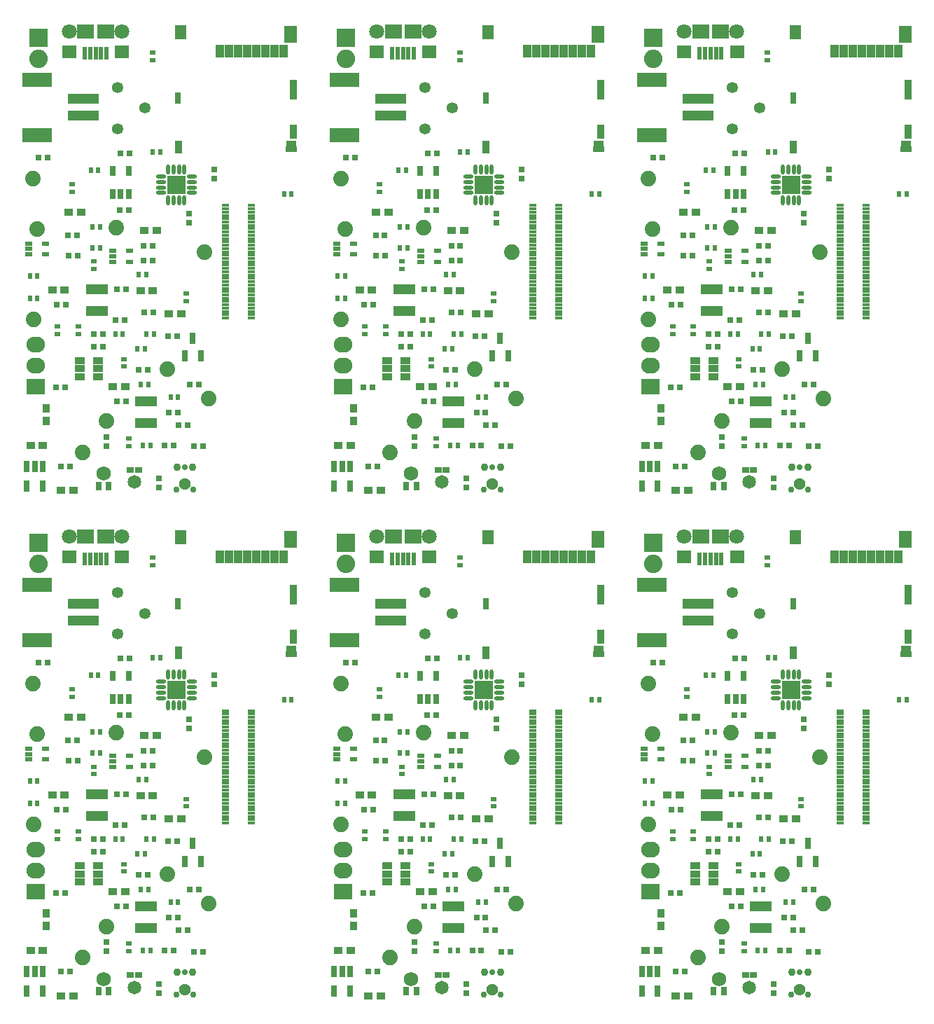
<source format=gbr>
G04 #@! TF.FileFunction,Soldermask,Top*
%FSLAX46Y46*%
G04 Gerber Fmt 4.6, Leading zero omitted, Abs format (unit mm)*
G04 Created by KiCad (PCBNEW 4.0.2+dfsg1-stable) date Mon 02 May 2016 01:19:17 PM EDT*
%MOMM*%
G01*
G04 APERTURE LIST*
%ADD10C,0.100000*%
%ADD11O,1.203200X0.503200*%
%ADD12O,0.503200X1.203200*%
%ADD13R,2.303200X2.303200*%
%ADD14R,0.863600X0.609600*%
%ADD15C,1.883200*%
%ADD16R,0.803200X1.003200*%
%ADD17C,1.753200*%
%ADD18R,0.903200X0.403200*%
%ADD19R,0.853200X0.748200*%
%ADD20C,1.653200*%
%ADD21C,0.926200*%
%ADD22C,0.765200*%
%ADD23C,0.715200*%
%ADD24C,1.427200*%
%ADD25R,1.263200X0.853200*%
%ADD26R,0.953200X1.003200*%
%ADD27R,0.683200X1.193200*%
%ADD28R,0.603200X0.803200*%
%ADD29R,0.803200X0.603200*%
%ADD30R,1.003200X0.953200*%
%ADD31R,0.803200X0.703200*%
%ADD32R,2.103200X1.803200*%
%ADD33R,1.803200X1.603200*%
%ADD34R,0.603200X1.553200*%
%ADD35C,1.803200*%
%ADD36R,0.703200X0.803200*%
%ADD37R,2.235200X2.235200*%
%ADD38O,2.235200X2.235200*%
%ADD39R,1.003200X1.603200*%
%ADD40R,1.553200X2.003200*%
%ADD41R,1.363200X1.703200*%
%ADD42R,0.853200X2.343200*%
%ADD43R,0.803200X1.353200*%
%ADD44R,0.853200X1.803200*%
%ADD45R,0.853200X1.503200*%
%ADD46R,1.303200X0.653200*%
%ADD47R,1.353200X0.653200*%
%ADD48R,3.599180X1.701800*%
%ADD49R,3.700780X1.198880*%
%ADD50C,1.353200*%
%ADD51R,0.703200X1.403200*%
%ADD52R,0.803200X1.453200*%
%ADD53R,0.803200X1.303200*%
%ADD54R,2.235200X1.930400*%
%ADD55O,2.235200X1.930400*%
G04 APERTURE END LIST*
D10*
D11*
X108308400Y-94537800D03*
X108308400Y-93887800D03*
X108308400Y-93237800D03*
X108308400Y-92587800D03*
D12*
X107433400Y-91712800D03*
D11*
X104608400Y-94537800D03*
D12*
X107433400Y-95412800D03*
X106783400Y-91712800D03*
X106133400Y-91712800D03*
X105483400Y-91712800D03*
D11*
X104608400Y-93887800D03*
X104608400Y-93237800D03*
X104608400Y-92587800D03*
D12*
X106783400Y-95412800D03*
X106133400Y-95412800D03*
X105483400Y-95412800D03*
D13*
X106458400Y-93562800D03*
D14*
X98818200Y-101542600D03*
X98818200Y-102863400D03*
X98818200Y-102203000D03*
X100850200Y-102863400D03*
X100850200Y-101542600D03*
X88658200Y-100653600D03*
X88658200Y-101974400D03*
X88658200Y-101314000D03*
X90690200Y-101974400D03*
X90690200Y-100653600D03*
D15*
X89166200Y-92805000D03*
D16*
X97091000Y-130012000D03*
X98311000Y-130012000D03*
D17*
X97701000Y-128492000D03*
D18*
X115506000Y-109663000D03*
X112426000Y-109663000D03*
X115506000Y-109263000D03*
X112426000Y-109263000D03*
X115506000Y-108863000D03*
X112426000Y-108863000D03*
X115506000Y-108463000D03*
X112426000Y-108463000D03*
X115506000Y-108063000D03*
X112426000Y-108063000D03*
X115506000Y-107663000D03*
X112426000Y-107663000D03*
X115506000Y-107263000D03*
X112426000Y-107263000D03*
X115506000Y-106863000D03*
X112426000Y-106863000D03*
X115506000Y-106463000D03*
X112426000Y-106463000D03*
X115506000Y-106063000D03*
X112426000Y-106063000D03*
X115506000Y-105663000D03*
X112426000Y-105663000D03*
X115506000Y-105263000D03*
X112426000Y-105263000D03*
X115506000Y-104863000D03*
X112426000Y-104863000D03*
X115506000Y-104463000D03*
X112426000Y-104463000D03*
X115506000Y-104063000D03*
X112426000Y-104063000D03*
X115506000Y-103663000D03*
X112426000Y-103663000D03*
X115506000Y-103263000D03*
X112426000Y-103263000D03*
X115506000Y-102863000D03*
X112426000Y-102863000D03*
X115506000Y-102463000D03*
X112426000Y-102463000D03*
X115506000Y-102063000D03*
X112426000Y-102063000D03*
X115506000Y-101663000D03*
X112426000Y-101663000D03*
X115506000Y-101263000D03*
X112426000Y-101263000D03*
X115506000Y-100863000D03*
X112426000Y-100863000D03*
X115506000Y-100463000D03*
X112426000Y-100463000D03*
X115506000Y-100063000D03*
X112426000Y-100063000D03*
X115506000Y-99663000D03*
X112426000Y-99663000D03*
X115506000Y-99263000D03*
X112426000Y-99263000D03*
X115506000Y-98863000D03*
X112426000Y-98863000D03*
X115506000Y-98463000D03*
X112426000Y-98463000D03*
X115506000Y-98063000D03*
X112426000Y-98063000D03*
X115506000Y-97663000D03*
X112426000Y-97663000D03*
X115506000Y-97263000D03*
X112426000Y-97263000D03*
X115506000Y-96863000D03*
X112426000Y-96863000D03*
X115506000Y-96463000D03*
X112426000Y-96463000D03*
X115506000Y-96063000D03*
X112426000Y-96063000D03*
D19*
X100934000Y-128030500D03*
X101884000Y-128030500D03*
D20*
X101409000Y-129508000D03*
D21*
X106539000Y-127659000D03*
D22*
X106490000Y-130396000D03*
X108520000Y-130396000D03*
D21*
X108471000Y-127659000D03*
D23*
X107505000Y-127659000D03*
D24*
X107505000Y-129762000D03*
D25*
X97022600Y-116742000D03*
X97022600Y-115792000D03*
X97022600Y-114842000D03*
X94822600Y-114842000D03*
X94822600Y-116742000D03*
X94822600Y-115792000D03*
D26*
X90741000Y-120579200D03*
X90741000Y-122079200D03*
D15*
X99173800Y-98723200D03*
X89217000Y-109797600D03*
D27*
X95882200Y-108780800D03*
X96532200Y-108780800D03*
X97182200Y-108780800D03*
X97832200Y-108780800D03*
X97832200Y-106190800D03*
X97182200Y-106190800D03*
X96532200Y-106190800D03*
X95882200Y-106190800D03*
D28*
X96336200Y-101212400D03*
X97236200Y-101212400D03*
X89667000Y-104565200D03*
X88767000Y-104565200D03*
X97236200Y-98621600D03*
X96336200Y-98621600D03*
X88767000Y-107257600D03*
X89667000Y-107257600D03*
D29*
X96532200Y-102838000D03*
X96532200Y-103738000D03*
X92112600Y-110668400D03*
X92112600Y-111568400D03*
D30*
X102589400Y-99078800D03*
X104089400Y-99078800D03*
D31*
X102535400Y-100907600D03*
X103635400Y-100907600D03*
X102535400Y-102685600D03*
X103635400Y-102685600D03*
D30*
X102132200Y-106343200D03*
X103632200Y-106343200D03*
D31*
X103686200Y-108984800D03*
X102586200Y-108984800D03*
X99284200Y-106190800D03*
X100384200Y-106190800D03*
X93069000Y-108019600D03*
X91969000Y-108019600D03*
D30*
X92964200Y-106241600D03*
X91464200Y-106241600D03*
D32*
X97910000Y-75017000D03*
X95510000Y-75017000D03*
D33*
X99910000Y-77517000D03*
X93510000Y-77517000D03*
D34*
X98010000Y-77692000D03*
X97360000Y-77692000D03*
X96710000Y-77692000D03*
X96060000Y-77692000D03*
X95410000Y-77692000D03*
D35*
X99885000Y-75017000D03*
X93535000Y-75017000D03*
D36*
X108013000Y-97081000D03*
X108013000Y-98181000D03*
X111061000Y-92847000D03*
X111061000Y-91747000D03*
D28*
X102671800Y-113353600D03*
X101771800Y-113353600D03*
D37*
X89775800Y-75812400D03*
D38*
X89775800Y-78352400D03*
D28*
X119501000Y-94710000D03*
X120401000Y-94710000D03*
D29*
X103568000Y-78465000D03*
X103568000Y-77565000D03*
D28*
X103626000Y-89630000D03*
X104526000Y-89630000D03*
D39*
X119398000Y-77438000D03*
X118298000Y-77438000D03*
X117198000Y-77438000D03*
X116098000Y-77438000D03*
X114998000Y-77438000D03*
X113898000Y-77438000D03*
X112798000Y-77438000D03*
X111698000Y-77438000D03*
D40*
X120288000Y-75388000D03*
D41*
X106968000Y-75138000D03*
D42*
X120613000Y-82018000D03*
D43*
X106688000Y-83113000D03*
D44*
X120613000Y-87098000D03*
D45*
X106713000Y-89038000D03*
D46*
X120388000Y-88603000D03*
D47*
X120363000Y-89263000D03*
D48*
X89636100Y-80839060D03*
D49*
X95186000Y-83188560D03*
X95186000Y-85185000D03*
D48*
X89636100Y-87534500D03*
D50*
X102678000Y-84296000D03*
X99378000Y-86796000D03*
X99378000Y-81796000D03*
D29*
X107632000Y-106731400D03*
X107632000Y-107631400D03*
D51*
X90294000Y-127603000D03*
X89344000Y-127603000D03*
X88394000Y-127603000D03*
X88394000Y-129953000D03*
X90294000Y-129953000D03*
D15*
X110349800Y-119398800D03*
X95160600Y-125901200D03*
X98056200Y-122142000D03*
X105371400Y-115842800D03*
X89674200Y-98926400D03*
X109892600Y-101720400D03*
D52*
X107510000Y-114268000D03*
X109410000Y-114268000D03*
X108460000Y-112118000D03*
D27*
X101785400Y-122344400D03*
X102435400Y-122344400D03*
X103085400Y-122344400D03*
X103735400Y-122344400D03*
X103735400Y-119754400D03*
X103085400Y-119754400D03*
X102435400Y-119754400D03*
X101785400Y-119754400D03*
D53*
X98782600Y-94659200D03*
X99732600Y-94659200D03*
X100682600Y-94659200D03*
X100682600Y-91859200D03*
X98782600Y-91859200D03*
D28*
X103738600Y-111575600D03*
X102838600Y-111575600D03*
X102817000Y-104412800D03*
X101917000Y-104412800D03*
X105785000Y-119246400D03*
X106685000Y-119246400D03*
X102178200Y-117671600D03*
X103078200Y-117671600D03*
X103332200Y-125088400D03*
X102432200Y-125088400D03*
D29*
X94601800Y-111568400D03*
X94601800Y-110668400D03*
X100748600Y-125132000D03*
X100748600Y-124232000D03*
D28*
X99086600Y-111575600D03*
X99986600Y-111575600D03*
D29*
X100139000Y-115530800D03*
X100139000Y-114630800D03*
D28*
X97033000Y-91789000D03*
X96133000Y-91789000D03*
D29*
X93839800Y-94398000D03*
X93839800Y-93498000D03*
D31*
X89810000Y-90265000D03*
X90910000Y-90265000D03*
D30*
X92531000Y-130524000D03*
X94031000Y-130524000D03*
D31*
X106581800Y-111880400D03*
X105481800Y-111880400D03*
D30*
X90348000Y-125063000D03*
X88848000Y-125063000D03*
D31*
X93577000Y-127603000D03*
X92477000Y-127603000D03*
D30*
X107047800Y-109137200D03*
X105547800Y-109137200D03*
D36*
X104330000Y-129085000D03*
X104330000Y-130185000D03*
D31*
X99131800Y-109899200D03*
X100231800Y-109899200D03*
X105583400Y-121075200D03*
X106683400Y-121075200D03*
X96490200Y-111575600D03*
X97590200Y-111575600D03*
D36*
X98056200Y-124030400D03*
X98056200Y-125130400D03*
D31*
X96499000Y-113150400D03*
X97599000Y-113150400D03*
X102975000Y-115893600D03*
X101875000Y-115893600D03*
X108072600Y-117722400D03*
X109172600Y-117722400D03*
X100384200Y-119754400D03*
X99284200Y-119754400D03*
D30*
X93445400Y-96894400D03*
X94945400Y-96894400D03*
X100267400Y-117925600D03*
X98767400Y-117925600D03*
D31*
X93018200Y-118078000D03*
X91918200Y-118078000D03*
X93442200Y-102126800D03*
X94542200Y-102126800D03*
X105075400Y-125088400D03*
X106175400Y-125088400D03*
X100689000Y-96615000D03*
X99589000Y-96615000D03*
X100799400Y-89731600D03*
X99699400Y-89731600D03*
X109706000Y-125190000D03*
X108606000Y-125190000D03*
X106701000Y-122599200D03*
X107801000Y-122599200D03*
D54*
X89471000Y-117976400D03*
D55*
X89471000Y-115436400D03*
X89471000Y-112896400D03*
D31*
X93391400Y-99637600D03*
X94491400Y-99637600D03*
D11*
X108308400Y-33482800D03*
X108308400Y-32832800D03*
X108308400Y-32182800D03*
X108308400Y-31532800D03*
D12*
X107433400Y-30657800D03*
D11*
X104608400Y-33482800D03*
D12*
X107433400Y-34357800D03*
X106783400Y-30657800D03*
X106133400Y-30657800D03*
X105483400Y-30657800D03*
D11*
X104608400Y-32832800D03*
X104608400Y-32182800D03*
X104608400Y-31532800D03*
D12*
X106783400Y-34357800D03*
X106133400Y-34357800D03*
X105483400Y-34357800D03*
D13*
X106458400Y-32507800D03*
D14*
X98818200Y-40487600D03*
X98818200Y-41808400D03*
X98818200Y-41148000D03*
X100850200Y-41808400D03*
X100850200Y-40487600D03*
X88658200Y-39598600D03*
X88658200Y-40919400D03*
X88658200Y-40259000D03*
X90690200Y-40919400D03*
X90690200Y-39598600D03*
D15*
X89166200Y-31750000D03*
D16*
X97091000Y-68957000D03*
X98311000Y-68957000D03*
D17*
X97701000Y-67437000D03*
D18*
X115506000Y-48608000D03*
X112426000Y-48608000D03*
X115506000Y-48208000D03*
X112426000Y-48208000D03*
X115506000Y-47808000D03*
X112426000Y-47808000D03*
X115506000Y-47408000D03*
X112426000Y-47408000D03*
X115506000Y-47008000D03*
X112426000Y-47008000D03*
X115506000Y-46608000D03*
X112426000Y-46608000D03*
X115506000Y-46208000D03*
X112426000Y-46208000D03*
X115506000Y-45808000D03*
X112426000Y-45808000D03*
X115506000Y-45408000D03*
X112426000Y-45408000D03*
X115506000Y-45008000D03*
X112426000Y-45008000D03*
X115506000Y-44608000D03*
X112426000Y-44608000D03*
X115506000Y-44208000D03*
X112426000Y-44208000D03*
X115506000Y-43808000D03*
X112426000Y-43808000D03*
X115506000Y-43408000D03*
X112426000Y-43408000D03*
X115506000Y-43008000D03*
X112426000Y-43008000D03*
X115506000Y-42608000D03*
X112426000Y-42608000D03*
X115506000Y-42208000D03*
X112426000Y-42208000D03*
X115506000Y-41808000D03*
X112426000Y-41808000D03*
X115506000Y-41408000D03*
X112426000Y-41408000D03*
X115506000Y-41008000D03*
X112426000Y-41008000D03*
X115506000Y-40608000D03*
X112426000Y-40608000D03*
X115506000Y-40208000D03*
X112426000Y-40208000D03*
X115506000Y-39808000D03*
X112426000Y-39808000D03*
X115506000Y-39408000D03*
X112426000Y-39408000D03*
X115506000Y-39008000D03*
X112426000Y-39008000D03*
X115506000Y-38608000D03*
X112426000Y-38608000D03*
X115506000Y-38208000D03*
X112426000Y-38208000D03*
X115506000Y-37808000D03*
X112426000Y-37808000D03*
X115506000Y-37408000D03*
X112426000Y-37408000D03*
X115506000Y-37008000D03*
X112426000Y-37008000D03*
X115506000Y-36608000D03*
X112426000Y-36608000D03*
X115506000Y-36208000D03*
X112426000Y-36208000D03*
X115506000Y-35808000D03*
X112426000Y-35808000D03*
X115506000Y-35408000D03*
X112426000Y-35408000D03*
X115506000Y-35008000D03*
X112426000Y-35008000D03*
D19*
X100934000Y-66975500D03*
X101884000Y-66975500D03*
D20*
X101409000Y-68453000D03*
D21*
X106539000Y-66604000D03*
D22*
X106490000Y-69341000D03*
X108520000Y-69341000D03*
D21*
X108471000Y-66604000D03*
D23*
X107505000Y-66604000D03*
D24*
X107505000Y-68707000D03*
D25*
X97022600Y-55687000D03*
X97022600Y-54737000D03*
X97022600Y-53787000D03*
X94822600Y-53787000D03*
X94822600Y-55687000D03*
X94822600Y-54737000D03*
D26*
X90741000Y-59524200D03*
X90741000Y-61024200D03*
D15*
X99173800Y-37668200D03*
X89217000Y-48742600D03*
D27*
X95882200Y-47725800D03*
X96532200Y-47725800D03*
X97182200Y-47725800D03*
X97832200Y-47725800D03*
X97832200Y-45135800D03*
X97182200Y-45135800D03*
X96532200Y-45135800D03*
X95882200Y-45135800D03*
D28*
X96336200Y-40157400D03*
X97236200Y-40157400D03*
X89667000Y-43510200D03*
X88767000Y-43510200D03*
X97236200Y-37566600D03*
X96336200Y-37566600D03*
X88767000Y-46202600D03*
X89667000Y-46202600D03*
D29*
X96532200Y-41783000D03*
X96532200Y-42683000D03*
X92112600Y-49613400D03*
X92112600Y-50513400D03*
D30*
X102589400Y-38023800D03*
X104089400Y-38023800D03*
D31*
X102535400Y-39852600D03*
X103635400Y-39852600D03*
X102535400Y-41630600D03*
X103635400Y-41630600D03*
D30*
X102132200Y-45288200D03*
X103632200Y-45288200D03*
D31*
X103686200Y-47929800D03*
X102586200Y-47929800D03*
X99284200Y-45135800D03*
X100384200Y-45135800D03*
X93069000Y-46964600D03*
X91969000Y-46964600D03*
D30*
X92964200Y-45186600D03*
X91464200Y-45186600D03*
D32*
X97910000Y-13962000D03*
X95510000Y-13962000D03*
D33*
X99910000Y-16462000D03*
X93510000Y-16462000D03*
D34*
X98010000Y-16637000D03*
X97360000Y-16637000D03*
X96710000Y-16637000D03*
X96060000Y-16637000D03*
X95410000Y-16637000D03*
D35*
X99885000Y-13962000D03*
X93535000Y-13962000D03*
D36*
X108013000Y-36026000D03*
X108013000Y-37126000D03*
X111061000Y-31792000D03*
X111061000Y-30692000D03*
D28*
X102671800Y-52298600D03*
X101771800Y-52298600D03*
D37*
X89775800Y-14757400D03*
D38*
X89775800Y-17297400D03*
D28*
X119501000Y-33655000D03*
X120401000Y-33655000D03*
D29*
X103568000Y-17410000D03*
X103568000Y-16510000D03*
D28*
X103626000Y-28575000D03*
X104526000Y-28575000D03*
D39*
X119398000Y-16383000D03*
X118298000Y-16383000D03*
X117198000Y-16383000D03*
X116098000Y-16383000D03*
X114998000Y-16383000D03*
X113898000Y-16383000D03*
X112798000Y-16383000D03*
X111698000Y-16383000D03*
D40*
X120288000Y-14333000D03*
D41*
X106968000Y-14083000D03*
D42*
X120613000Y-20963000D03*
D43*
X106688000Y-22058000D03*
D44*
X120613000Y-26043000D03*
D45*
X106713000Y-27983000D03*
D46*
X120388000Y-27548000D03*
D47*
X120363000Y-28208000D03*
D48*
X89636100Y-19784060D03*
D49*
X95186000Y-22133560D03*
X95186000Y-24130000D03*
D48*
X89636100Y-26479500D03*
D50*
X102678000Y-23241000D03*
X99378000Y-25741000D03*
X99378000Y-20741000D03*
D29*
X107632000Y-45676400D03*
X107632000Y-46576400D03*
D51*
X90294000Y-66548000D03*
X89344000Y-66548000D03*
X88394000Y-66548000D03*
X88394000Y-68898000D03*
X90294000Y-68898000D03*
D15*
X110349800Y-58343800D03*
X95160600Y-64846200D03*
X98056200Y-61087000D03*
X105371400Y-54787800D03*
X89674200Y-37871400D03*
X109892600Y-40665400D03*
D52*
X107510000Y-53213000D03*
X109410000Y-53213000D03*
X108460000Y-51063000D03*
D27*
X101785400Y-61289400D03*
X102435400Y-61289400D03*
X103085400Y-61289400D03*
X103735400Y-61289400D03*
X103735400Y-58699400D03*
X103085400Y-58699400D03*
X102435400Y-58699400D03*
X101785400Y-58699400D03*
D53*
X98782600Y-33604200D03*
X99732600Y-33604200D03*
X100682600Y-33604200D03*
X100682600Y-30804200D03*
X98782600Y-30804200D03*
D28*
X103738600Y-50520600D03*
X102838600Y-50520600D03*
X102817000Y-43357800D03*
X101917000Y-43357800D03*
X105785000Y-58191400D03*
X106685000Y-58191400D03*
X102178200Y-56616600D03*
X103078200Y-56616600D03*
X103332200Y-64033400D03*
X102432200Y-64033400D03*
D29*
X94601800Y-50513400D03*
X94601800Y-49613400D03*
X100748600Y-64077000D03*
X100748600Y-63177000D03*
D28*
X99086600Y-50520600D03*
X99986600Y-50520600D03*
D29*
X100139000Y-54475800D03*
X100139000Y-53575800D03*
D28*
X97033000Y-30734000D03*
X96133000Y-30734000D03*
D29*
X93839800Y-33343000D03*
X93839800Y-32443000D03*
D31*
X89810000Y-29210000D03*
X90910000Y-29210000D03*
D30*
X92531000Y-69469000D03*
X94031000Y-69469000D03*
D31*
X106581800Y-50825400D03*
X105481800Y-50825400D03*
D30*
X90348000Y-64008000D03*
X88848000Y-64008000D03*
D31*
X93577000Y-66548000D03*
X92477000Y-66548000D03*
D30*
X107047800Y-48082200D03*
X105547800Y-48082200D03*
D36*
X104330000Y-68030000D03*
X104330000Y-69130000D03*
D31*
X99131800Y-48844200D03*
X100231800Y-48844200D03*
X105583400Y-60020200D03*
X106683400Y-60020200D03*
X96490200Y-50520600D03*
X97590200Y-50520600D03*
D36*
X98056200Y-62975400D03*
X98056200Y-64075400D03*
D31*
X96499000Y-52095400D03*
X97599000Y-52095400D03*
X102975000Y-54838600D03*
X101875000Y-54838600D03*
X108072600Y-56667400D03*
X109172600Y-56667400D03*
X100384200Y-58699400D03*
X99284200Y-58699400D03*
D30*
X93445400Y-35839400D03*
X94945400Y-35839400D03*
X100267400Y-56870600D03*
X98767400Y-56870600D03*
D31*
X93018200Y-57023000D03*
X91918200Y-57023000D03*
X93442200Y-41071800D03*
X94542200Y-41071800D03*
X105075400Y-64033400D03*
X106175400Y-64033400D03*
X100689000Y-35560000D03*
X99589000Y-35560000D03*
X100799400Y-28676600D03*
X99699400Y-28676600D03*
X109706000Y-64135000D03*
X108606000Y-64135000D03*
X106701000Y-61544200D03*
X107801000Y-61544200D03*
D54*
X89471000Y-56921400D03*
D55*
X89471000Y-54381400D03*
X89471000Y-51841400D03*
D31*
X93391400Y-38582600D03*
X94491400Y-38582600D03*
D11*
X71129400Y-94537800D03*
X71129400Y-93887800D03*
X71129400Y-93237800D03*
X71129400Y-92587800D03*
D12*
X70254400Y-91712800D03*
D11*
X67429400Y-94537800D03*
D12*
X70254400Y-95412800D03*
X69604400Y-91712800D03*
X68954400Y-91712800D03*
X68304400Y-91712800D03*
D11*
X67429400Y-93887800D03*
X67429400Y-93237800D03*
X67429400Y-92587800D03*
D12*
X69604400Y-95412800D03*
X68954400Y-95412800D03*
X68304400Y-95412800D03*
D13*
X69279400Y-93562800D03*
D14*
X61639200Y-101542600D03*
X61639200Y-102863400D03*
X61639200Y-102203000D03*
X63671200Y-102863400D03*
X63671200Y-101542600D03*
X51479200Y-100653600D03*
X51479200Y-101974400D03*
X51479200Y-101314000D03*
X53511200Y-101974400D03*
X53511200Y-100653600D03*
D15*
X51987200Y-92805000D03*
D16*
X59912000Y-130012000D03*
X61132000Y-130012000D03*
D17*
X60522000Y-128492000D03*
D18*
X78327000Y-109663000D03*
X75247000Y-109663000D03*
X78327000Y-109263000D03*
X75247000Y-109263000D03*
X78327000Y-108863000D03*
X75247000Y-108863000D03*
X78327000Y-108463000D03*
X75247000Y-108463000D03*
X78327000Y-108063000D03*
X75247000Y-108063000D03*
X78327000Y-107663000D03*
X75247000Y-107663000D03*
X78327000Y-107263000D03*
X75247000Y-107263000D03*
X78327000Y-106863000D03*
X75247000Y-106863000D03*
X78327000Y-106463000D03*
X75247000Y-106463000D03*
X78327000Y-106063000D03*
X75247000Y-106063000D03*
X78327000Y-105663000D03*
X75247000Y-105663000D03*
X78327000Y-105263000D03*
X75247000Y-105263000D03*
X78327000Y-104863000D03*
X75247000Y-104863000D03*
X78327000Y-104463000D03*
X75247000Y-104463000D03*
X78327000Y-104063000D03*
X75247000Y-104063000D03*
X78327000Y-103663000D03*
X75247000Y-103663000D03*
X78327000Y-103263000D03*
X75247000Y-103263000D03*
X78327000Y-102863000D03*
X75247000Y-102863000D03*
X78327000Y-102463000D03*
X75247000Y-102463000D03*
X78327000Y-102063000D03*
X75247000Y-102063000D03*
X78327000Y-101663000D03*
X75247000Y-101663000D03*
X78327000Y-101263000D03*
X75247000Y-101263000D03*
X78327000Y-100863000D03*
X75247000Y-100863000D03*
X78327000Y-100463000D03*
X75247000Y-100463000D03*
X78327000Y-100063000D03*
X75247000Y-100063000D03*
X78327000Y-99663000D03*
X75247000Y-99663000D03*
X78327000Y-99263000D03*
X75247000Y-99263000D03*
X78327000Y-98863000D03*
X75247000Y-98863000D03*
X78327000Y-98463000D03*
X75247000Y-98463000D03*
X78327000Y-98063000D03*
X75247000Y-98063000D03*
X78327000Y-97663000D03*
X75247000Y-97663000D03*
X78327000Y-97263000D03*
X75247000Y-97263000D03*
X78327000Y-96863000D03*
X75247000Y-96863000D03*
X78327000Y-96463000D03*
X75247000Y-96463000D03*
X78327000Y-96063000D03*
X75247000Y-96063000D03*
D19*
X63755000Y-128030500D03*
X64705000Y-128030500D03*
D20*
X64230000Y-129508000D03*
D21*
X69360000Y-127659000D03*
D22*
X69311000Y-130396000D03*
X71341000Y-130396000D03*
D21*
X71292000Y-127659000D03*
D23*
X70326000Y-127659000D03*
D24*
X70326000Y-129762000D03*
D25*
X59843600Y-116742000D03*
X59843600Y-115792000D03*
X59843600Y-114842000D03*
X57643600Y-114842000D03*
X57643600Y-116742000D03*
X57643600Y-115792000D03*
D26*
X53562000Y-120579200D03*
X53562000Y-122079200D03*
D15*
X61994800Y-98723200D03*
X52038000Y-109797600D03*
D27*
X58703200Y-108780800D03*
X59353200Y-108780800D03*
X60003200Y-108780800D03*
X60653200Y-108780800D03*
X60653200Y-106190800D03*
X60003200Y-106190800D03*
X59353200Y-106190800D03*
X58703200Y-106190800D03*
D28*
X59157200Y-101212400D03*
X60057200Y-101212400D03*
X52488000Y-104565200D03*
X51588000Y-104565200D03*
X60057200Y-98621600D03*
X59157200Y-98621600D03*
X51588000Y-107257600D03*
X52488000Y-107257600D03*
D29*
X59353200Y-102838000D03*
X59353200Y-103738000D03*
X54933600Y-110668400D03*
X54933600Y-111568400D03*
D30*
X65410400Y-99078800D03*
X66910400Y-99078800D03*
D31*
X65356400Y-100907600D03*
X66456400Y-100907600D03*
X65356400Y-102685600D03*
X66456400Y-102685600D03*
D30*
X64953200Y-106343200D03*
X66453200Y-106343200D03*
D31*
X66507200Y-108984800D03*
X65407200Y-108984800D03*
X62105200Y-106190800D03*
X63205200Y-106190800D03*
X55890000Y-108019600D03*
X54790000Y-108019600D03*
D30*
X55785200Y-106241600D03*
X54285200Y-106241600D03*
D32*
X60731000Y-75017000D03*
X58331000Y-75017000D03*
D33*
X62731000Y-77517000D03*
X56331000Y-77517000D03*
D34*
X60831000Y-77692000D03*
X60181000Y-77692000D03*
X59531000Y-77692000D03*
X58881000Y-77692000D03*
X58231000Y-77692000D03*
D35*
X62706000Y-75017000D03*
X56356000Y-75017000D03*
D36*
X70834000Y-97081000D03*
X70834000Y-98181000D03*
X73882000Y-92847000D03*
X73882000Y-91747000D03*
D28*
X65492800Y-113353600D03*
X64592800Y-113353600D03*
D37*
X52596800Y-75812400D03*
D38*
X52596800Y-78352400D03*
D28*
X82322000Y-94710000D03*
X83222000Y-94710000D03*
D29*
X66389000Y-78465000D03*
X66389000Y-77565000D03*
D28*
X66447000Y-89630000D03*
X67347000Y-89630000D03*
D39*
X82219000Y-77438000D03*
X81119000Y-77438000D03*
X80019000Y-77438000D03*
X78919000Y-77438000D03*
X77819000Y-77438000D03*
X76719000Y-77438000D03*
X75619000Y-77438000D03*
X74519000Y-77438000D03*
D40*
X83109000Y-75388000D03*
D41*
X69789000Y-75138000D03*
D42*
X83434000Y-82018000D03*
D43*
X69509000Y-83113000D03*
D44*
X83434000Y-87098000D03*
D45*
X69534000Y-89038000D03*
D46*
X83209000Y-88603000D03*
D47*
X83184000Y-89263000D03*
D48*
X52457100Y-80839060D03*
D49*
X58007000Y-83188560D03*
X58007000Y-85185000D03*
D48*
X52457100Y-87534500D03*
D50*
X65499000Y-84296000D03*
X62199000Y-86796000D03*
X62199000Y-81796000D03*
D29*
X70453000Y-106731400D03*
X70453000Y-107631400D03*
D51*
X53115000Y-127603000D03*
X52165000Y-127603000D03*
X51215000Y-127603000D03*
X51215000Y-129953000D03*
X53115000Y-129953000D03*
D15*
X73170800Y-119398800D03*
X57981600Y-125901200D03*
X60877200Y-122142000D03*
X68192400Y-115842800D03*
X52495200Y-98926400D03*
X72713600Y-101720400D03*
D52*
X70331000Y-114268000D03*
X72231000Y-114268000D03*
X71281000Y-112118000D03*
D27*
X64606400Y-122344400D03*
X65256400Y-122344400D03*
X65906400Y-122344400D03*
X66556400Y-122344400D03*
X66556400Y-119754400D03*
X65906400Y-119754400D03*
X65256400Y-119754400D03*
X64606400Y-119754400D03*
D53*
X61603600Y-94659200D03*
X62553600Y-94659200D03*
X63503600Y-94659200D03*
X63503600Y-91859200D03*
X61603600Y-91859200D03*
D28*
X66559600Y-111575600D03*
X65659600Y-111575600D03*
X65638000Y-104412800D03*
X64738000Y-104412800D03*
X68606000Y-119246400D03*
X69506000Y-119246400D03*
X64999200Y-117671600D03*
X65899200Y-117671600D03*
X66153200Y-125088400D03*
X65253200Y-125088400D03*
D29*
X57422800Y-111568400D03*
X57422800Y-110668400D03*
X63569600Y-125132000D03*
X63569600Y-124232000D03*
D28*
X61907600Y-111575600D03*
X62807600Y-111575600D03*
D29*
X62960000Y-115530800D03*
X62960000Y-114630800D03*
D28*
X59854000Y-91789000D03*
X58954000Y-91789000D03*
D29*
X56660800Y-94398000D03*
X56660800Y-93498000D03*
D31*
X52631000Y-90265000D03*
X53731000Y-90265000D03*
D30*
X55352000Y-130524000D03*
X56852000Y-130524000D03*
D31*
X69402800Y-111880400D03*
X68302800Y-111880400D03*
D30*
X53169000Y-125063000D03*
X51669000Y-125063000D03*
D31*
X56398000Y-127603000D03*
X55298000Y-127603000D03*
D30*
X69868800Y-109137200D03*
X68368800Y-109137200D03*
D36*
X67151000Y-129085000D03*
X67151000Y-130185000D03*
D31*
X61952800Y-109899200D03*
X63052800Y-109899200D03*
X68404400Y-121075200D03*
X69504400Y-121075200D03*
X59311200Y-111575600D03*
X60411200Y-111575600D03*
D36*
X60877200Y-124030400D03*
X60877200Y-125130400D03*
D31*
X59320000Y-113150400D03*
X60420000Y-113150400D03*
X65796000Y-115893600D03*
X64696000Y-115893600D03*
X70893600Y-117722400D03*
X71993600Y-117722400D03*
X63205200Y-119754400D03*
X62105200Y-119754400D03*
D30*
X56266400Y-96894400D03*
X57766400Y-96894400D03*
X63088400Y-117925600D03*
X61588400Y-117925600D03*
D31*
X55839200Y-118078000D03*
X54739200Y-118078000D03*
X56263200Y-102126800D03*
X57363200Y-102126800D03*
X67896400Y-125088400D03*
X68996400Y-125088400D03*
X63510000Y-96615000D03*
X62410000Y-96615000D03*
X63620400Y-89731600D03*
X62520400Y-89731600D03*
X72527000Y-125190000D03*
X71427000Y-125190000D03*
X69522000Y-122599200D03*
X70622000Y-122599200D03*
D54*
X52292000Y-117976400D03*
D55*
X52292000Y-115436400D03*
X52292000Y-112896400D03*
D31*
X56212400Y-99637600D03*
X57312400Y-99637600D03*
D11*
X71129400Y-33482800D03*
X71129400Y-32832800D03*
X71129400Y-32182800D03*
X71129400Y-31532800D03*
D12*
X70254400Y-30657800D03*
D11*
X67429400Y-33482800D03*
D12*
X70254400Y-34357800D03*
X69604400Y-30657800D03*
X68954400Y-30657800D03*
X68304400Y-30657800D03*
D11*
X67429400Y-32832800D03*
X67429400Y-32182800D03*
X67429400Y-31532800D03*
D12*
X69604400Y-34357800D03*
X68954400Y-34357800D03*
X68304400Y-34357800D03*
D13*
X69279400Y-32507800D03*
D14*
X61639200Y-40487600D03*
X61639200Y-41808400D03*
X61639200Y-41148000D03*
X63671200Y-41808400D03*
X63671200Y-40487600D03*
X51479200Y-39598600D03*
X51479200Y-40919400D03*
X51479200Y-40259000D03*
X53511200Y-40919400D03*
X53511200Y-39598600D03*
D15*
X51987200Y-31750000D03*
D16*
X59912000Y-68957000D03*
X61132000Y-68957000D03*
D17*
X60522000Y-67437000D03*
D18*
X78327000Y-48608000D03*
X75247000Y-48608000D03*
X78327000Y-48208000D03*
X75247000Y-48208000D03*
X78327000Y-47808000D03*
X75247000Y-47808000D03*
X78327000Y-47408000D03*
X75247000Y-47408000D03*
X78327000Y-47008000D03*
X75247000Y-47008000D03*
X78327000Y-46608000D03*
X75247000Y-46608000D03*
X78327000Y-46208000D03*
X75247000Y-46208000D03*
X78327000Y-45808000D03*
X75247000Y-45808000D03*
X78327000Y-45408000D03*
X75247000Y-45408000D03*
X78327000Y-45008000D03*
X75247000Y-45008000D03*
X78327000Y-44608000D03*
X75247000Y-44608000D03*
X78327000Y-44208000D03*
X75247000Y-44208000D03*
X78327000Y-43808000D03*
X75247000Y-43808000D03*
X78327000Y-43408000D03*
X75247000Y-43408000D03*
X78327000Y-43008000D03*
X75247000Y-43008000D03*
X78327000Y-42608000D03*
X75247000Y-42608000D03*
X78327000Y-42208000D03*
X75247000Y-42208000D03*
X78327000Y-41808000D03*
X75247000Y-41808000D03*
X78327000Y-41408000D03*
X75247000Y-41408000D03*
X78327000Y-41008000D03*
X75247000Y-41008000D03*
X78327000Y-40608000D03*
X75247000Y-40608000D03*
X78327000Y-40208000D03*
X75247000Y-40208000D03*
X78327000Y-39808000D03*
X75247000Y-39808000D03*
X78327000Y-39408000D03*
X75247000Y-39408000D03*
X78327000Y-39008000D03*
X75247000Y-39008000D03*
X78327000Y-38608000D03*
X75247000Y-38608000D03*
X78327000Y-38208000D03*
X75247000Y-38208000D03*
X78327000Y-37808000D03*
X75247000Y-37808000D03*
X78327000Y-37408000D03*
X75247000Y-37408000D03*
X78327000Y-37008000D03*
X75247000Y-37008000D03*
X78327000Y-36608000D03*
X75247000Y-36608000D03*
X78327000Y-36208000D03*
X75247000Y-36208000D03*
X78327000Y-35808000D03*
X75247000Y-35808000D03*
X78327000Y-35408000D03*
X75247000Y-35408000D03*
X78327000Y-35008000D03*
X75247000Y-35008000D03*
D19*
X63755000Y-66975500D03*
X64705000Y-66975500D03*
D20*
X64230000Y-68453000D03*
D21*
X69360000Y-66604000D03*
D22*
X69311000Y-69341000D03*
X71341000Y-69341000D03*
D21*
X71292000Y-66604000D03*
D23*
X70326000Y-66604000D03*
D24*
X70326000Y-68707000D03*
D25*
X59843600Y-55687000D03*
X59843600Y-54737000D03*
X59843600Y-53787000D03*
X57643600Y-53787000D03*
X57643600Y-55687000D03*
X57643600Y-54737000D03*
D26*
X53562000Y-59524200D03*
X53562000Y-61024200D03*
D15*
X61994800Y-37668200D03*
X52038000Y-48742600D03*
D27*
X58703200Y-47725800D03*
X59353200Y-47725800D03*
X60003200Y-47725800D03*
X60653200Y-47725800D03*
X60653200Y-45135800D03*
X60003200Y-45135800D03*
X59353200Y-45135800D03*
X58703200Y-45135800D03*
D28*
X59157200Y-40157400D03*
X60057200Y-40157400D03*
X52488000Y-43510200D03*
X51588000Y-43510200D03*
X60057200Y-37566600D03*
X59157200Y-37566600D03*
X51588000Y-46202600D03*
X52488000Y-46202600D03*
D29*
X59353200Y-41783000D03*
X59353200Y-42683000D03*
X54933600Y-49613400D03*
X54933600Y-50513400D03*
D30*
X65410400Y-38023800D03*
X66910400Y-38023800D03*
D31*
X65356400Y-39852600D03*
X66456400Y-39852600D03*
X65356400Y-41630600D03*
X66456400Y-41630600D03*
D30*
X64953200Y-45288200D03*
X66453200Y-45288200D03*
D31*
X66507200Y-47929800D03*
X65407200Y-47929800D03*
X62105200Y-45135800D03*
X63205200Y-45135800D03*
X55890000Y-46964600D03*
X54790000Y-46964600D03*
D30*
X55785200Y-45186600D03*
X54285200Y-45186600D03*
D32*
X60731000Y-13962000D03*
X58331000Y-13962000D03*
D33*
X62731000Y-16462000D03*
X56331000Y-16462000D03*
D34*
X60831000Y-16637000D03*
X60181000Y-16637000D03*
X59531000Y-16637000D03*
X58881000Y-16637000D03*
X58231000Y-16637000D03*
D35*
X62706000Y-13962000D03*
X56356000Y-13962000D03*
D36*
X70834000Y-36026000D03*
X70834000Y-37126000D03*
X73882000Y-31792000D03*
X73882000Y-30692000D03*
D28*
X65492800Y-52298600D03*
X64592800Y-52298600D03*
D37*
X52596800Y-14757400D03*
D38*
X52596800Y-17297400D03*
D28*
X82322000Y-33655000D03*
X83222000Y-33655000D03*
D29*
X66389000Y-17410000D03*
X66389000Y-16510000D03*
D28*
X66447000Y-28575000D03*
X67347000Y-28575000D03*
D39*
X82219000Y-16383000D03*
X81119000Y-16383000D03*
X80019000Y-16383000D03*
X78919000Y-16383000D03*
X77819000Y-16383000D03*
X76719000Y-16383000D03*
X75619000Y-16383000D03*
X74519000Y-16383000D03*
D40*
X83109000Y-14333000D03*
D41*
X69789000Y-14083000D03*
D42*
X83434000Y-20963000D03*
D43*
X69509000Y-22058000D03*
D44*
X83434000Y-26043000D03*
D45*
X69534000Y-27983000D03*
D46*
X83209000Y-27548000D03*
D47*
X83184000Y-28208000D03*
D48*
X52457100Y-19784060D03*
D49*
X58007000Y-22133560D03*
X58007000Y-24130000D03*
D48*
X52457100Y-26479500D03*
D50*
X65499000Y-23241000D03*
X62199000Y-25741000D03*
X62199000Y-20741000D03*
D29*
X70453000Y-45676400D03*
X70453000Y-46576400D03*
D51*
X53115000Y-66548000D03*
X52165000Y-66548000D03*
X51215000Y-66548000D03*
X51215000Y-68898000D03*
X53115000Y-68898000D03*
D15*
X73170800Y-58343800D03*
X57981600Y-64846200D03*
X60877200Y-61087000D03*
X68192400Y-54787800D03*
X52495200Y-37871400D03*
X72713600Y-40665400D03*
D52*
X70331000Y-53213000D03*
X72231000Y-53213000D03*
X71281000Y-51063000D03*
D27*
X64606400Y-61289400D03*
X65256400Y-61289400D03*
X65906400Y-61289400D03*
X66556400Y-61289400D03*
X66556400Y-58699400D03*
X65906400Y-58699400D03*
X65256400Y-58699400D03*
X64606400Y-58699400D03*
D53*
X61603600Y-33604200D03*
X62553600Y-33604200D03*
X63503600Y-33604200D03*
X63503600Y-30804200D03*
X61603600Y-30804200D03*
D28*
X66559600Y-50520600D03*
X65659600Y-50520600D03*
X65638000Y-43357800D03*
X64738000Y-43357800D03*
X68606000Y-58191400D03*
X69506000Y-58191400D03*
X64999200Y-56616600D03*
X65899200Y-56616600D03*
X66153200Y-64033400D03*
X65253200Y-64033400D03*
D29*
X57422800Y-50513400D03*
X57422800Y-49613400D03*
X63569600Y-64077000D03*
X63569600Y-63177000D03*
D28*
X61907600Y-50520600D03*
X62807600Y-50520600D03*
D29*
X62960000Y-54475800D03*
X62960000Y-53575800D03*
D28*
X59854000Y-30734000D03*
X58954000Y-30734000D03*
D29*
X56660800Y-33343000D03*
X56660800Y-32443000D03*
D31*
X52631000Y-29210000D03*
X53731000Y-29210000D03*
D30*
X55352000Y-69469000D03*
X56852000Y-69469000D03*
D31*
X69402800Y-50825400D03*
X68302800Y-50825400D03*
D30*
X53169000Y-64008000D03*
X51669000Y-64008000D03*
D31*
X56398000Y-66548000D03*
X55298000Y-66548000D03*
D30*
X69868800Y-48082200D03*
X68368800Y-48082200D03*
D36*
X67151000Y-68030000D03*
X67151000Y-69130000D03*
D31*
X61952800Y-48844200D03*
X63052800Y-48844200D03*
X68404400Y-60020200D03*
X69504400Y-60020200D03*
X59311200Y-50520600D03*
X60411200Y-50520600D03*
D36*
X60877200Y-62975400D03*
X60877200Y-64075400D03*
D31*
X59320000Y-52095400D03*
X60420000Y-52095400D03*
X65796000Y-54838600D03*
X64696000Y-54838600D03*
X70893600Y-56667400D03*
X71993600Y-56667400D03*
X63205200Y-58699400D03*
X62105200Y-58699400D03*
D30*
X56266400Y-35839400D03*
X57766400Y-35839400D03*
X63088400Y-56870600D03*
X61588400Y-56870600D03*
D31*
X55839200Y-57023000D03*
X54739200Y-57023000D03*
X56263200Y-41071800D03*
X57363200Y-41071800D03*
X67896400Y-64033400D03*
X68996400Y-64033400D03*
X63510000Y-35560000D03*
X62410000Y-35560000D03*
X63620400Y-28676600D03*
X62520400Y-28676600D03*
X72527000Y-64135000D03*
X71427000Y-64135000D03*
X69522000Y-61544200D03*
X70622000Y-61544200D03*
D54*
X52292000Y-56921400D03*
D55*
X52292000Y-54381400D03*
X52292000Y-51841400D03*
D31*
X56212400Y-38582600D03*
X57312400Y-38582600D03*
D11*
X33950400Y-94537800D03*
X33950400Y-93887800D03*
X33950400Y-93237800D03*
X33950400Y-92587800D03*
D12*
X33075400Y-91712800D03*
D11*
X30250400Y-94537800D03*
D12*
X33075400Y-95412800D03*
X32425400Y-91712800D03*
X31775400Y-91712800D03*
X31125400Y-91712800D03*
D11*
X30250400Y-93887800D03*
X30250400Y-93237800D03*
X30250400Y-92587800D03*
D12*
X32425400Y-95412800D03*
X31775400Y-95412800D03*
X31125400Y-95412800D03*
D13*
X32100400Y-93562800D03*
D14*
X24460200Y-101542600D03*
X24460200Y-102863400D03*
X24460200Y-102203000D03*
X26492200Y-102863400D03*
X26492200Y-101542600D03*
X14300200Y-100653600D03*
X14300200Y-101974400D03*
X14300200Y-101314000D03*
X16332200Y-101974400D03*
X16332200Y-100653600D03*
D15*
X14808200Y-92805000D03*
D16*
X22733000Y-130012000D03*
X23953000Y-130012000D03*
D17*
X23343000Y-128492000D03*
D18*
X41148000Y-109663000D03*
X38068000Y-109663000D03*
X41148000Y-109263000D03*
X38068000Y-109263000D03*
X41148000Y-108863000D03*
X38068000Y-108863000D03*
X41148000Y-108463000D03*
X38068000Y-108463000D03*
X41148000Y-108063000D03*
X38068000Y-108063000D03*
X41148000Y-107663000D03*
X38068000Y-107663000D03*
X41148000Y-107263000D03*
X38068000Y-107263000D03*
X41148000Y-106863000D03*
X38068000Y-106863000D03*
X41148000Y-106463000D03*
X38068000Y-106463000D03*
X41148000Y-106063000D03*
X38068000Y-106063000D03*
X41148000Y-105663000D03*
X38068000Y-105663000D03*
X41148000Y-105263000D03*
X38068000Y-105263000D03*
X41148000Y-104863000D03*
X38068000Y-104863000D03*
X41148000Y-104463000D03*
X38068000Y-104463000D03*
X41148000Y-104063000D03*
X38068000Y-104063000D03*
X41148000Y-103663000D03*
X38068000Y-103663000D03*
X41148000Y-103263000D03*
X38068000Y-103263000D03*
X41148000Y-102863000D03*
X38068000Y-102863000D03*
X41148000Y-102463000D03*
X38068000Y-102463000D03*
X41148000Y-102063000D03*
X38068000Y-102063000D03*
X41148000Y-101663000D03*
X38068000Y-101663000D03*
X41148000Y-101263000D03*
X38068000Y-101263000D03*
X41148000Y-100863000D03*
X38068000Y-100863000D03*
X41148000Y-100463000D03*
X38068000Y-100463000D03*
X41148000Y-100063000D03*
X38068000Y-100063000D03*
X41148000Y-99663000D03*
X38068000Y-99663000D03*
X41148000Y-99263000D03*
X38068000Y-99263000D03*
X41148000Y-98863000D03*
X38068000Y-98863000D03*
X41148000Y-98463000D03*
X38068000Y-98463000D03*
X41148000Y-98063000D03*
X38068000Y-98063000D03*
X41148000Y-97663000D03*
X38068000Y-97663000D03*
X41148000Y-97263000D03*
X38068000Y-97263000D03*
X41148000Y-96863000D03*
X38068000Y-96863000D03*
X41148000Y-96463000D03*
X38068000Y-96463000D03*
X41148000Y-96063000D03*
X38068000Y-96063000D03*
D19*
X26576000Y-128030500D03*
X27526000Y-128030500D03*
D20*
X27051000Y-129508000D03*
D21*
X32181000Y-127659000D03*
D22*
X32132000Y-130396000D03*
X34162000Y-130396000D03*
D21*
X34113000Y-127659000D03*
D23*
X33147000Y-127659000D03*
D24*
X33147000Y-129762000D03*
D25*
X22664600Y-116742000D03*
X22664600Y-115792000D03*
X22664600Y-114842000D03*
X20464600Y-114842000D03*
X20464600Y-116742000D03*
X20464600Y-115792000D03*
D26*
X16383000Y-120579200D03*
X16383000Y-122079200D03*
D15*
X24815800Y-98723200D03*
X14859000Y-109797600D03*
D27*
X21524200Y-108780800D03*
X22174200Y-108780800D03*
X22824200Y-108780800D03*
X23474200Y-108780800D03*
X23474200Y-106190800D03*
X22824200Y-106190800D03*
X22174200Y-106190800D03*
X21524200Y-106190800D03*
D28*
X21978200Y-101212400D03*
X22878200Y-101212400D03*
X15309000Y-104565200D03*
X14409000Y-104565200D03*
X22878200Y-98621600D03*
X21978200Y-98621600D03*
X14409000Y-107257600D03*
X15309000Y-107257600D03*
D29*
X22174200Y-102838000D03*
X22174200Y-103738000D03*
X17754600Y-110668400D03*
X17754600Y-111568400D03*
D30*
X28231400Y-99078800D03*
X29731400Y-99078800D03*
D31*
X28177400Y-100907600D03*
X29277400Y-100907600D03*
X28177400Y-102685600D03*
X29277400Y-102685600D03*
D30*
X27774200Y-106343200D03*
X29274200Y-106343200D03*
D31*
X29328200Y-108984800D03*
X28228200Y-108984800D03*
X24926200Y-106190800D03*
X26026200Y-106190800D03*
X18711000Y-108019600D03*
X17611000Y-108019600D03*
D30*
X18606200Y-106241600D03*
X17106200Y-106241600D03*
D32*
X23552000Y-75017000D03*
X21152000Y-75017000D03*
D33*
X25552000Y-77517000D03*
X19152000Y-77517000D03*
D34*
X23652000Y-77692000D03*
X23002000Y-77692000D03*
X22352000Y-77692000D03*
X21702000Y-77692000D03*
X21052000Y-77692000D03*
D35*
X25527000Y-75017000D03*
X19177000Y-75017000D03*
D36*
X33655000Y-97081000D03*
X33655000Y-98181000D03*
X36703000Y-92847000D03*
X36703000Y-91747000D03*
D28*
X28313800Y-113353600D03*
X27413800Y-113353600D03*
D37*
X15417800Y-75812400D03*
D38*
X15417800Y-78352400D03*
D28*
X45143000Y-94710000D03*
X46043000Y-94710000D03*
D29*
X29210000Y-78465000D03*
X29210000Y-77565000D03*
D28*
X29268000Y-89630000D03*
X30168000Y-89630000D03*
D39*
X45040000Y-77438000D03*
X43940000Y-77438000D03*
X42840000Y-77438000D03*
X41740000Y-77438000D03*
X40640000Y-77438000D03*
X39540000Y-77438000D03*
X38440000Y-77438000D03*
X37340000Y-77438000D03*
D40*
X45930000Y-75388000D03*
D41*
X32610000Y-75138000D03*
D42*
X46255000Y-82018000D03*
D43*
X32330000Y-83113000D03*
D44*
X46255000Y-87098000D03*
D45*
X32355000Y-89038000D03*
D46*
X46030000Y-88603000D03*
D47*
X46005000Y-89263000D03*
D48*
X15278100Y-80839060D03*
D49*
X20828000Y-83188560D03*
X20828000Y-85185000D03*
D48*
X15278100Y-87534500D03*
D50*
X28320000Y-84296000D03*
X25020000Y-86796000D03*
X25020000Y-81796000D03*
D29*
X33274000Y-106731400D03*
X33274000Y-107631400D03*
D51*
X15936000Y-127603000D03*
X14986000Y-127603000D03*
X14036000Y-127603000D03*
X14036000Y-129953000D03*
X15936000Y-129953000D03*
D15*
X35991800Y-119398800D03*
X20802600Y-125901200D03*
X23698200Y-122142000D03*
X31013400Y-115842800D03*
X15316200Y-98926400D03*
X35534600Y-101720400D03*
D52*
X33152000Y-114268000D03*
X35052000Y-114268000D03*
X34102000Y-112118000D03*
D27*
X27427400Y-122344400D03*
X28077400Y-122344400D03*
X28727400Y-122344400D03*
X29377400Y-122344400D03*
X29377400Y-119754400D03*
X28727400Y-119754400D03*
X28077400Y-119754400D03*
X27427400Y-119754400D03*
D53*
X24424600Y-94659200D03*
X25374600Y-94659200D03*
X26324600Y-94659200D03*
X26324600Y-91859200D03*
X24424600Y-91859200D03*
D28*
X29380600Y-111575600D03*
X28480600Y-111575600D03*
X28459000Y-104412800D03*
X27559000Y-104412800D03*
X31427000Y-119246400D03*
X32327000Y-119246400D03*
X27820200Y-117671600D03*
X28720200Y-117671600D03*
X28974200Y-125088400D03*
X28074200Y-125088400D03*
D29*
X20243800Y-111568400D03*
X20243800Y-110668400D03*
X26390600Y-125132000D03*
X26390600Y-124232000D03*
D28*
X24728600Y-111575600D03*
X25628600Y-111575600D03*
D29*
X25781000Y-115530800D03*
X25781000Y-114630800D03*
D28*
X22675000Y-91789000D03*
X21775000Y-91789000D03*
D29*
X19481800Y-94398000D03*
X19481800Y-93498000D03*
D31*
X15452000Y-90265000D03*
X16552000Y-90265000D03*
D30*
X18173000Y-130524000D03*
X19673000Y-130524000D03*
D31*
X32223800Y-111880400D03*
X31123800Y-111880400D03*
D30*
X15990000Y-125063000D03*
X14490000Y-125063000D03*
D31*
X19219000Y-127603000D03*
X18119000Y-127603000D03*
D30*
X32689800Y-109137200D03*
X31189800Y-109137200D03*
D36*
X29972000Y-129085000D03*
X29972000Y-130185000D03*
D31*
X24773800Y-109899200D03*
X25873800Y-109899200D03*
X31225400Y-121075200D03*
X32325400Y-121075200D03*
X22132200Y-111575600D03*
X23232200Y-111575600D03*
D36*
X23698200Y-124030400D03*
X23698200Y-125130400D03*
D31*
X22141000Y-113150400D03*
X23241000Y-113150400D03*
X28617000Y-115893600D03*
X27517000Y-115893600D03*
X33714600Y-117722400D03*
X34814600Y-117722400D03*
X26026200Y-119754400D03*
X24926200Y-119754400D03*
D30*
X19087400Y-96894400D03*
X20587400Y-96894400D03*
X25909400Y-117925600D03*
X24409400Y-117925600D03*
D31*
X18660200Y-118078000D03*
X17560200Y-118078000D03*
X19084200Y-102126800D03*
X20184200Y-102126800D03*
X30717400Y-125088400D03*
X31817400Y-125088400D03*
X26331000Y-96615000D03*
X25231000Y-96615000D03*
X26441400Y-89731600D03*
X25341400Y-89731600D03*
X35348000Y-125190000D03*
X34248000Y-125190000D03*
X32343000Y-122599200D03*
X33443000Y-122599200D03*
D54*
X15113000Y-117976400D03*
D55*
X15113000Y-115436400D03*
X15113000Y-112896400D03*
D31*
X19033400Y-99637600D03*
X20133400Y-99637600D03*
X19033400Y-38582600D03*
X20133400Y-38582600D03*
D54*
X15113000Y-56921400D03*
D55*
X15113000Y-54381400D03*
X15113000Y-51841400D03*
D31*
X32343000Y-61544200D03*
X33443000Y-61544200D03*
X35348000Y-64135000D03*
X34248000Y-64135000D03*
X26441400Y-28676600D03*
X25341400Y-28676600D03*
X26331000Y-35560000D03*
X25231000Y-35560000D03*
X30717400Y-64033400D03*
X31817400Y-64033400D03*
X19084200Y-41071800D03*
X20184200Y-41071800D03*
X18660200Y-57023000D03*
X17560200Y-57023000D03*
D30*
X25909400Y-56870600D03*
X24409400Y-56870600D03*
X19087400Y-35839400D03*
X20587400Y-35839400D03*
D31*
X26026200Y-58699400D03*
X24926200Y-58699400D03*
X33714600Y-56667400D03*
X34814600Y-56667400D03*
X28617000Y-54838600D03*
X27517000Y-54838600D03*
X22141000Y-52095400D03*
X23241000Y-52095400D03*
D36*
X23698200Y-62975400D03*
X23698200Y-64075400D03*
D31*
X22132200Y-50520600D03*
X23232200Y-50520600D03*
X31225400Y-60020200D03*
X32325400Y-60020200D03*
X24773800Y-48844200D03*
X25873800Y-48844200D03*
D36*
X29972000Y-68030000D03*
X29972000Y-69130000D03*
D30*
X32689800Y-48082200D03*
X31189800Y-48082200D03*
D31*
X19219000Y-66548000D03*
X18119000Y-66548000D03*
D30*
X15990000Y-64008000D03*
X14490000Y-64008000D03*
D31*
X32223800Y-50825400D03*
X31123800Y-50825400D03*
D30*
X18173000Y-69469000D03*
X19673000Y-69469000D03*
D31*
X15452000Y-29210000D03*
X16552000Y-29210000D03*
D29*
X19481800Y-33343000D03*
X19481800Y-32443000D03*
D28*
X22675000Y-30734000D03*
X21775000Y-30734000D03*
D29*
X25781000Y-54475800D03*
X25781000Y-53575800D03*
D28*
X24728600Y-50520600D03*
X25628600Y-50520600D03*
D29*
X26390600Y-64077000D03*
X26390600Y-63177000D03*
X20243800Y-50513400D03*
X20243800Y-49613400D03*
D28*
X28974200Y-64033400D03*
X28074200Y-64033400D03*
X27820200Y-56616600D03*
X28720200Y-56616600D03*
X31427000Y-58191400D03*
X32327000Y-58191400D03*
X28459000Y-43357800D03*
X27559000Y-43357800D03*
X29380600Y-50520600D03*
X28480600Y-50520600D03*
D53*
X24424600Y-33604200D03*
X25374600Y-33604200D03*
X26324600Y-33604200D03*
X26324600Y-30804200D03*
X24424600Y-30804200D03*
D27*
X27427400Y-61289400D03*
X28077400Y-61289400D03*
X28727400Y-61289400D03*
X29377400Y-61289400D03*
X29377400Y-58699400D03*
X28727400Y-58699400D03*
X28077400Y-58699400D03*
X27427400Y-58699400D03*
D52*
X33152000Y-53213000D03*
X35052000Y-53213000D03*
X34102000Y-51063000D03*
D15*
X35534600Y-40665400D03*
X15316200Y-37871400D03*
X31013400Y-54787800D03*
X23698200Y-61087000D03*
X20802600Y-64846200D03*
X35991800Y-58343800D03*
D51*
X15936000Y-66548000D03*
X14986000Y-66548000D03*
X14036000Y-66548000D03*
X14036000Y-68898000D03*
X15936000Y-68898000D03*
D29*
X33274000Y-45676400D03*
X33274000Y-46576400D03*
D50*
X28320000Y-23241000D03*
X25020000Y-25741000D03*
X25020000Y-20741000D03*
D48*
X15278100Y-19784060D03*
D49*
X20828000Y-22133560D03*
X20828000Y-24130000D03*
D48*
X15278100Y-26479500D03*
D39*
X45040000Y-16383000D03*
X43940000Y-16383000D03*
X42840000Y-16383000D03*
X41740000Y-16383000D03*
X40640000Y-16383000D03*
X39540000Y-16383000D03*
X38440000Y-16383000D03*
X37340000Y-16383000D03*
D40*
X45930000Y-14333000D03*
D41*
X32610000Y-14083000D03*
D42*
X46255000Y-20963000D03*
D43*
X32330000Y-22058000D03*
D44*
X46255000Y-26043000D03*
D45*
X32355000Y-27983000D03*
D46*
X46030000Y-27548000D03*
D47*
X46005000Y-28208000D03*
D28*
X29268000Y-28575000D03*
X30168000Y-28575000D03*
D29*
X29210000Y-17410000D03*
X29210000Y-16510000D03*
D28*
X45143000Y-33655000D03*
X46043000Y-33655000D03*
D37*
X15417800Y-14757400D03*
D38*
X15417800Y-17297400D03*
D28*
X28313800Y-52298600D03*
X27413800Y-52298600D03*
D36*
X36703000Y-31792000D03*
X36703000Y-30692000D03*
X33655000Y-36026000D03*
X33655000Y-37126000D03*
D32*
X23552000Y-13962000D03*
X21152000Y-13962000D03*
D33*
X25552000Y-16462000D03*
X19152000Y-16462000D03*
D34*
X23652000Y-16637000D03*
X23002000Y-16637000D03*
X22352000Y-16637000D03*
X21702000Y-16637000D03*
X21052000Y-16637000D03*
D35*
X25527000Y-13962000D03*
X19177000Y-13962000D03*
D30*
X18606200Y-45186600D03*
X17106200Y-45186600D03*
D31*
X18711000Y-46964600D03*
X17611000Y-46964600D03*
X24926200Y-45135800D03*
X26026200Y-45135800D03*
X29328200Y-47929800D03*
X28228200Y-47929800D03*
D30*
X27774200Y-45288200D03*
X29274200Y-45288200D03*
D31*
X28177400Y-41630600D03*
X29277400Y-41630600D03*
X28177400Y-39852600D03*
X29277400Y-39852600D03*
D30*
X28231400Y-38023800D03*
X29731400Y-38023800D03*
D29*
X17754600Y-49613400D03*
X17754600Y-50513400D03*
X22174200Y-41783000D03*
X22174200Y-42683000D03*
D28*
X14409000Y-46202600D03*
X15309000Y-46202600D03*
X22878200Y-37566600D03*
X21978200Y-37566600D03*
X15309000Y-43510200D03*
X14409000Y-43510200D03*
X21978200Y-40157400D03*
X22878200Y-40157400D03*
D27*
X21524200Y-47725800D03*
X22174200Y-47725800D03*
X22824200Y-47725800D03*
X23474200Y-47725800D03*
X23474200Y-45135800D03*
X22824200Y-45135800D03*
X22174200Y-45135800D03*
X21524200Y-45135800D03*
D15*
X14859000Y-48742600D03*
X24815800Y-37668200D03*
D26*
X16383000Y-59524200D03*
X16383000Y-61024200D03*
D25*
X22664600Y-55687000D03*
X22664600Y-54737000D03*
X22664600Y-53787000D03*
X20464600Y-53787000D03*
X20464600Y-55687000D03*
X20464600Y-54737000D03*
D21*
X32181000Y-66604000D03*
D22*
X32132000Y-69341000D03*
X34162000Y-69341000D03*
D21*
X34113000Y-66604000D03*
D23*
X33147000Y-66604000D03*
D24*
X33147000Y-68707000D03*
D19*
X26576000Y-66975500D03*
X27526000Y-66975500D03*
D20*
X27051000Y-68453000D03*
D18*
X41148000Y-48608000D03*
X38068000Y-48608000D03*
X41148000Y-48208000D03*
X38068000Y-48208000D03*
X41148000Y-47808000D03*
X38068000Y-47808000D03*
X41148000Y-47408000D03*
X38068000Y-47408000D03*
X41148000Y-47008000D03*
X38068000Y-47008000D03*
X41148000Y-46608000D03*
X38068000Y-46608000D03*
X41148000Y-46208000D03*
X38068000Y-46208000D03*
X41148000Y-45808000D03*
X38068000Y-45808000D03*
X41148000Y-45408000D03*
X38068000Y-45408000D03*
X41148000Y-45008000D03*
X38068000Y-45008000D03*
X41148000Y-44608000D03*
X38068000Y-44608000D03*
X41148000Y-44208000D03*
X38068000Y-44208000D03*
X41148000Y-43808000D03*
X38068000Y-43808000D03*
X41148000Y-43408000D03*
X38068000Y-43408000D03*
X41148000Y-43008000D03*
X38068000Y-43008000D03*
X41148000Y-42608000D03*
X38068000Y-42608000D03*
X41148000Y-42208000D03*
X38068000Y-42208000D03*
X41148000Y-41808000D03*
X38068000Y-41808000D03*
X41148000Y-41408000D03*
X38068000Y-41408000D03*
X41148000Y-41008000D03*
X38068000Y-41008000D03*
X41148000Y-40608000D03*
X38068000Y-40608000D03*
X41148000Y-40208000D03*
X38068000Y-40208000D03*
X41148000Y-39808000D03*
X38068000Y-39808000D03*
X41148000Y-39408000D03*
X38068000Y-39408000D03*
X41148000Y-39008000D03*
X38068000Y-39008000D03*
X41148000Y-38608000D03*
X38068000Y-38608000D03*
X41148000Y-38208000D03*
X38068000Y-38208000D03*
X41148000Y-37808000D03*
X38068000Y-37808000D03*
X41148000Y-37408000D03*
X38068000Y-37408000D03*
X41148000Y-37008000D03*
X38068000Y-37008000D03*
X41148000Y-36608000D03*
X38068000Y-36608000D03*
X41148000Y-36208000D03*
X38068000Y-36208000D03*
X41148000Y-35808000D03*
X38068000Y-35808000D03*
X41148000Y-35408000D03*
X38068000Y-35408000D03*
X41148000Y-35008000D03*
X38068000Y-35008000D03*
D16*
X22733000Y-68957000D03*
X23953000Y-68957000D03*
D17*
X23343000Y-67437000D03*
D15*
X14808200Y-31750000D03*
D14*
X14300200Y-39598600D03*
X14300200Y-40919400D03*
X14300200Y-40259000D03*
X16332200Y-40919400D03*
X16332200Y-39598600D03*
X24460200Y-40487600D03*
X24460200Y-41808400D03*
X24460200Y-41148000D03*
X26492200Y-41808400D03*
X26492200Y-40487600D03*
D11*
X33950400Y-33482800D03*
X33950400Y-32832800D03*
X33950400Y-32182800D03*
X33950400Y-31532800D03*
D12*
X33075400Y-30657800D03*
D11*
X30250400Y-33482800D03*
D12*
X33075400Y-34357800D03*
X32425400Y-30657800D03*
X31775400Y-30657800D03*
X31125400Y-30657800D03*
D11*
X30250400Y-32832800D03*
X30250400Y-32182800D03*
X30250400Y-31532800D03*
D12*
X32425400Y-34357800D03*
X31775400Y-34357800D03*
X31125400Y-34357800D03*
D13*
X32100400Y-32507800D03*
M02*

</source>
